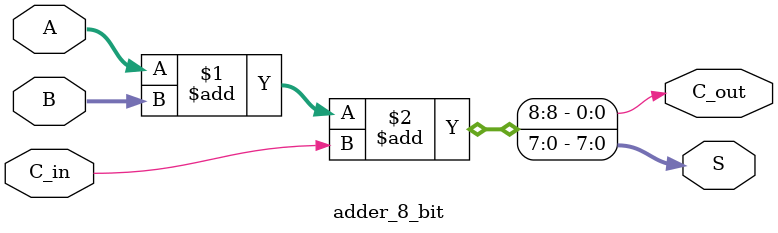
<source format=v>
module adder_8_bit(
    input[7:0] A,
    input[7:0] B,
    input C_in,
    output [7:0] S,
    output C_out
    );
    
    assign {C_out, S} = A+B+C_in;
    
endmodule


</source>
